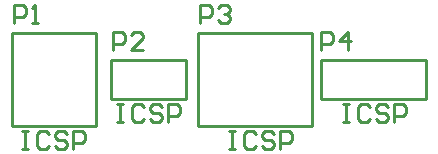
<source format=gto>
%FSLAX44Y44*%
%MOMM*%
G71*
G01*
G75*
G04 Layer_Color=65535*
%ADD10C,0.7900*%
%ADD11C,0.9000*%
%ADD12C,2.3000*%
%ADD13C,0.2540*%
D13*
X527050Y313690D02*
X615950D01*
Y346710D01*
X527050D02*
X615950D01*
X527050Y313690D02*
Y346710D01*
X349250Y313690D02*
X412750D01*
Y346710D01*
X349250D02*
X412750D01*
X349250Y313690D02*
Y346710D01*
X265430Y290830D02*
Y369570D01*
X336550D01*
Y290830D02*
Y369570D01*
X265430Y290830D02*
X336550D01*
X422910D02*
Y369570D01*
X519430D01*
Y290830D02*
Y369570D01*
X422910Y290830D02*
X519430D01*
X527050Y355600D02*
Y370835D01*
X534668D01*
X537207Y368296D01*
Y363218D01*
X534668Y360678D01*
X527050D01*
X549903Y355600D02*
Y370835D01*
X542285Y363218D01*
X552442D01*
X546100Y309875D02*
X551178D01*
X548639D01*
Y294640D01*
X546100D01*
X551178D01*
X568953Y307336D02*
X566413Y309875D01*
X561335D01*
X558796Y307336D01*
Y297179D01*
X561335Y294640D01*
X566413D01*
X568953Y297179D01*
X584188Y307336D02*
X581648Y309875D01*
X576570D01*
X574031Y307336D01*
Y304797D01*
X576570Y302257D01*
X581648D01*
X584188Y299718D01*
Y297179D01*
X581648Y294640D01*
X576570D01*
X574031Y297179D01*
X589266Y294640D02*
Y309875D01*
X596884D01*
X599423Y307336D01*
Y302257D01*
X596884Y299718D01*
X589266D01*
X350647Y355727D02*
Y370962D01*
X358265D01*
X360804Y368423D01*
Y363344D01*
X358265Y360805D01*
X350647D01*
X376039Y355727D02*
X365882D01*
X376039Y365884D01*
Y368423D01*
X373500Y370962D01*
X368421D01*
X365882Y368423D01*
X354330Y309875D02*
X359408D01*
X356869D01*
Y294640D01*
X354330D01*
X359408D01*
X377183Y307336D02*
X374643Y309875D01*
X369565D01*
X367026Y307336D01*
Y297179D01*
X369565Y294640D01*
X374643D01*
X377183Y297179D01*
X392418Y307336D02*
X389879Y309875D01*
X384800D01*
X382261Y307336D01*
Y304797D01*
X384800Y302257D01*
X389879D01*
X392418Y299718D01*
Y297179D01*
X389879Y294640D01*
X384800D01*
X382261Y297179D01*
X397496Y294640D02*
Y309875D01*
X405114D01*
X407653Y307336D01*
Y302257D01*
X405114Y299718D01*
X397496D01*
X266827Y378587D02*
Y393822D01*
X274445D01*
X276984Y391283D01*
Y386204D01*
X274445Y383665D01*
X266827D01*
X282062Y378587D02*
X287140D01*
X284601D01*
Y393822D01*
X282062Y391283D01*
X274320Y287015D02*
X279398D01*
X276859D01*
Y271780D01*
X274320D01*
X279398D01*
X297173Y284476D02*
X294633Y287015D01*
X289555D01*
X287016Y284476D01*
Y274319D01*
X289555Y271780D01*
X294633D01*
X297173Y274319D01*
X312408Y284476D02*
X309869Y287015D01*
X304790D01*
X302251Y284476D01*
Y281937D01*
X304790Y279398D01*
X309869D01*
X312408Y276858D01*
Y274319D01*
X309869Y271780D01*
X304790D01*
X302251Y274319D01*
X317486Y271780D02*
Y287015D01*
X325104D01*
X327643Y284476D01*
Y279398D01*
X325104Y276858D01*
X317486D01*
X424307Y378587D02*
Y393822D01*
X431925D01*
X434464Y391283D01*
Y386204D01*
X431925Y383665D01*
X424307D01*
X439542Y391283D02*
X442081Y393822D01*
X447160D01*
X449699Y391283D01*
Y388744D01*
X447160Y386204D01*
X444620D01*
X447160D01*
X449699Y383665D01*
Y381126D01*
X447160Y378587D01*
X442081D01*
X439542Y381126D01*
X449580Y287015D02*
X454658D01*
X452119D01*
Y271780D01*
X449580D01*
X454658D01*
X472433Y284476D02*
X469893Y287015D01*
X464815D01*
X462276Y284476D01*
Y274319D01*
X464815Y271780D01*
X469893D01*
X472433Y274319D01*
X487668Y284476D02*
X485129Y287015D01*
X480050D01*
X477511Y284476D01*
Y281937D01*
X480050Y279398D01*
X485129D01*
X487668Y276858D01*
Y274319D01*
X485129Y271780D01*
X480050D01*
X477511Y274319D01*
X492746Y271780D02*
Y287015D01*
X500364D01*
X502903Y284476D01*
Y279398D01*
X500364Y276858D01*
X492746D01*
M02*

</source>
